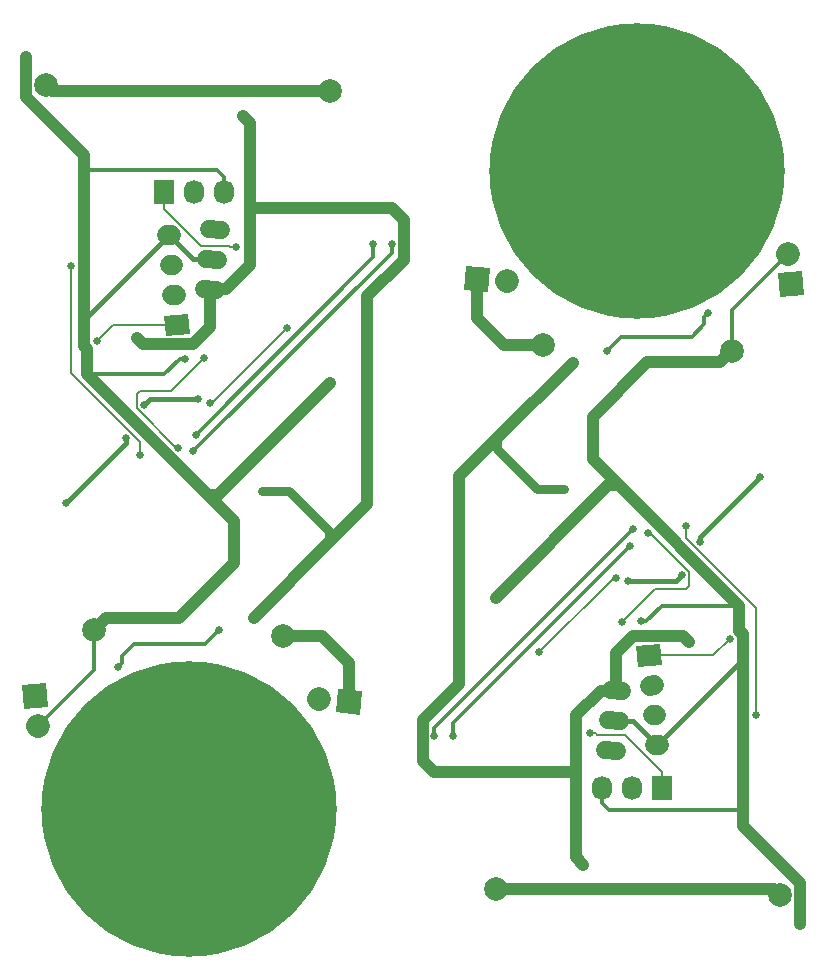
<source format=gbl>
%MOIN*%
%OFA0B0*%
%FSLAX46Y46*%
%IPPOS*%
%LPD*%
%ADD10C,0.0039370078740157488*%
%ADD11C,0.0591*%
%ADD12C,0.07874015748031496*%
%ADD13C,0.08*%
%ADD14C,0.068*%
%ADD15R,0.068X0.08*%
%ADD16O,0.068X0.08*%
%ADD17C,0.984251968503937*%
%ADD18C,0.02677165354330709*%
%ADD19C,0.012000000000000002*%
%ADD20C,0.04*%
%ADD21C,0.015748031496062995*%
%ADD22C,0.006000000000000001*%
%ADD23C,0.03125*%
%ADD34C,0.0039370078740157488*%
%ADD35C,0.0591*%
%ADD36C,0.07874015748031496*%
%ADD37C,0.08*%
%ADD38C,0.068*%
%ADD39R,0.068X0.08*%
%ADD40O,0.068X0.08*%
%ADD41C,0.984251968503937*%
%ADD42C,0.02677165354330709*%
%ADD43C,0.012000000000000002*%
%ADD44C,0.04*%
%ADD45C,0.015748031496062995*%
%ADD46C,0.006000000000000001*%
%ADD47C,0.03125*%
G01*
D10*
D11*
X0002578630Y0001197880D02*
X0002539479Y0001201305D01*
X0002569914Y0001098260D02*
X0002530764Y0001101686D01*
X0002587345Y0001297500D02*
X0002548195Y0001300925D01*
D12*
X0002952918Y0002433577D03*
X0003111806Y0000617482D03*
D10*
G36*
X0002059028Y0002636866D02*
X0002066000Y0002716562D01*
X0002145696Y0002709589D01*
X0002138723Y0002629894D01*
X0002059028Y0002636866D01*
X0002059028Y0002636866D01*
G37*
D13*
X0002201981Y0002664512D02*
X0002201981Y0002664512D01*
D10*
G36*
X0002714049Y0001454679D02*
X0002719976Y0001386938D01*
X0002640280Y0001379965D01*
X0002634354Y0001447707D01*
X0002714049Y0001454679D01*
X0002714049Y0001454679D01*
G37*
D14*
X0002691858Y0001318226D02*
X0002679903Y0001317180D01*
X0002700573Y0001218606D02*
X0002688619Y0001217560D01*
X0002709289Y0001118987D02*
X0002697334Y0001117941D01*
D10*
G36*
X0003113244Y0002612571D02*
X0003106272Y0002692267D01*
X0003185967Y0002699239D01*
X0003192940Y0002619543D01*
X0003113244Y0002612571D01*
X0003113244Y0002612571D01*
G37*
D13*
X0003140890Y0002755525D02*
X0003140890Y0002755525D01*
D15*
X0002719685Y0000976377D03*
D16*
X0002619685Y0000976377D03*
X0002519685Y0000976377D03*
D12*
X0002165354Y0000637288D03*
X0002324242Y0002453383D03*
D17*
X0002637795Y0003031496D03*
D18*
X0003181102Y0000523622D03*
X0002988188Y0000901574D03*
X0002165354Y0001610236D03*
X0002649606Y0001531496D03*
X0002488188Y0002212598D03*
X0002976377Y0001582677D03*
X0002944881Y0001472440D03*
X0002811023Y0001460629D03*
X0002391732Y0001972440D03*
X0002421259Y0002393700D03*
X0002456692Y0000720472D03*
X0002535433Y0002433070D03*
X0002874015Y0002559055D03*
X0002606299Y0001665354D03*
X0002787401Y0001685039D03*
X0002846456Y0001795275D03*
X0003047244Y0002011810D03*
X0002673228Y0001826771D03*
X0002586614Y0001527559D03*
X0003031496Y0001220472D03*
X0002799212Y0001850393D03*
X0002566929Y0001677165D03*
X0002311023Y0001429133D03*
X0002023622Y0001149606D03*
X0002614173Y0001783464D03*
X0001960629Y0001149606D03*
X0002622047Y0001838582D03*
X0002480314Y0001157480D03*
D19*
X0002519685Y0000976377D02*
X0002519685Y0000924377D01*
X0002519685Y0000924377D02*
X0002542488Y0000901574D01*
X0002542488Y0000901574D02*
X0002969258Y0000901574D01*
X0002969258Y0000901574D02*
X0002988188Y0000901574D01*
D20*
X0002988188Y0000850393D02*
X0003181102Y0000657480D01*
X0003181102Y0000657480D02*
X0003181102Y0000523622D01*
X0002988188Y0000901574D02*
X0002988188Y0000850393D01*
X0002976377Y0001582677D02*
X0002976377Y0001499235D01*
X0002976377Y0001499235D02*
X0002988188Y0001487424D01*
X0002988188Y0001487424D02*
X0002988188Y0000901574D01*
D19*
X0002649606Y0001531496D02*
X0002667716Y0001531496D01*
D20*
X0002574803Y0001984251D02*
X0002976377Y0001582677D01*
X0002488188Y0002070866D02*
X0002574803Y0001984251D01*
X0002574803Y0001984251D02*
X0002539370Y0001984251D01*
X0002539370Y0001984251D02*
X0002165354Y0001610236D01*
X0002488188Y0002212598D02*
X0002488188Y0002070866D01*
D19*
X0002667716Y0001531496D02*
X0002718897Y0001582677D01*
X0002718897Y0001582677D02*
X0002976377Y0001582677D01*
D20*
X0002669797Y0002394207D02*
X0002488188Y0002212598D01*
X0002952918Y0002433577D02*
X0002913548Y0002394207D01*
X0002913548Y0002394207D02*
X0002669797Y0002394207D01*
D21*
X0002703312Y0001118464D02*
X0002976377Y0001391530D01*
X0002976377Y0001391530D02*
X0002976377Y0001582677D01*
X0002559055Y0001199593D02*
X0002622183Y0001199593D01*
X0002622183Y0001199593D02*
X0002703312Y0001118464D01*
D19*
X0002952918Y0002433577D02*
X0002952918Y0002567552D01*
X0002952918Y0002567552D02*
X0003140890Y0002755525D01*
D20*
X0002102362Y0002673228D02*
X0002102362Y0002543307D01*
X0002102362Y0002543307D02*
X0002192285Y0002453383D01*
X0002192285Y0002453383D02*
X0002324242Y0002453383D01*
D22*
X0002677165Y0001417322D02*
X0002889763Y0001417322D01*
X0002889763Y0001417322D02*
X0002944881Y0001472440D01*
D20*
X0002567770Y0001426038D02*
X0002622412Y0001480680D01*
X0002622412Y0001480680D02*
X0002790973Y0001480680D01*
X0002790973Y0001480680D02*
X0002811023Y0001460629D01*
X0002567770Y0001299212D02*
X0002567770Y0001426038D01*
D23*
X0002169291Y0002106299D02*
X0002303149Y0001972440D01*
X0002303149Y0001972440D02*
X0002391732Y0001972440D01*
D20*
X0002169291Y0002141732D02*
X0002043307Y0002015748D01*
X0002421259Y0002393700D02*
X0002169291Y0002141732D01*
D23*
X0002169291Y0002141732D02*
X0002169291Y0002106299D01*
D20*
X0002433070Y0001217462D02*
X0002433070Y0001027559D01*
X0001921244Y0001066944D02*
X0001960629Y0001027559D01*
X0002433070Y0001027559D02*
X0002433070Y0000744094D01*
X0001960629Y0001027559D02*
X0002433070Y0001027559D01*
X0002043307Y0001322834D02*
X0001921244Y0001200771D01*
X0001921244Y0001200771D02*
X0001921244Y0001066944D01*
X0002043307Y0002015748D02*
X0002043307Y0001322834D01*
X0002433070Y0000744094D02*
X0002456692Y0000720472D01*
X0002567770Y0001299212D02*
X0002514820Y0001299212D01*
X0002514820Y0001299212D02*
X0002433070Y0001217462D01*
D19*
X0002582677Y0002480314D02*
X0002535433Y0002433070D01*
X0002818897Y0002480314D02*
X0002582677Y0002480314D01*
X0002860629Y0002522047D02*
X0002818897Y0002480314D01*
X0002874015Y0002559055D02*
X0002860629Y0002545669D01*
X0002860629Y0002545669D02*
X0002860629Y0002522047D01*
D21*
X0002787401Y0001685039D02*
X0002767716Y0001665354D01*
X0002767716Y0001665354D02*
X0002606299Y0001665354D01*
X0003047244Y0002011810D02*
X0002846456Y0001811023D01*
X0002846456Y0001811023D02*
X0002846456Y0001795275D01*
D22*
X0002811023Y0001649606D02*
X0002811023Y0001694548D01*
X0002811023Y0001694548D02*
X0002678800Y0001826771D01*
X0002678800Y0001826771D02*
X0002673228Y0001826771D01*
X0002799212Y0001637795D02*
X0002811023Y0001649606D01*
X0002696850Y0001637795D02*
X0002799212Y0001637795D01*
X0002586614Y0001527559D02*
X0002696850Y0001637795D01*
X0003031496Y0001577105D02*
X0003031496Y0001220472D01*
X0002799212Y0001850393D02*
X0002799212Y0001809388D01*
X0002799212Y0001809388D02*
X0003031496Y0001577105D01*
X0002311023Y0001429133D02*
X0002559055Y0001677165D01*
X0002559055Y0001677165D02*
X0002566929Y0001677165D01*
D19*
X0002614173Y0001783464D02*
X0002023622Y0001192913D01*
X0002023622Y0001192913D02*
X0002023622Y0001149606D01*
X0002622047Y0001838582D02*
X0001960629Y0001177165D01*
X0001960629Y0001177165D02*
X0001960629Y0001149606D01*
D22*
X0002480314Y0001157480D02*
X0002499245Y0001157480D01*
X0002596393Y0001153543D02*
X0002719685Y0001030251D01*
X0002499245Y0001157480D02*
X0002503182Y0001153543D01*
X0002503182Y0001153543D02*
X0002596393Y0001153543D01*
X0002719685Y0001030251D02*
X0002719685Y0000984251D01*
D20*
X0002165354Y0000637288D02*
X0003092000Y0000637288D01*
G04 next file*
G04 #@! TF.FileFunction,Copper,L2,Bot,Signal*
G04 Gerber Fmt 4.6, Leading zero omitted, Abs format (unit mm)*
G04 Created by KiCad (PCBNEW 4.0.2-stable) date Friday, February 24, 2017 'AMt' 12:00:47 AM*
G01*
G04 APERTURE LIST*
G04 APERTURE END LIST*
D34*
D35*
X0001200897Y0002739127D02*
X0001240047Y0002735702D01*
X0001209612Y0002838746D02*
X0001248763Y0002835321D01*
X0001192181Y0002639507D02*
X0001231332Y0002636082D01*
D36*
X0000826608Y0001503430D03*
X0000667721Y0003319525D03*
D34*
G36*
X0001720499Y0001300141D02*
X0001713526Y0001220445D01*
X0001633831Y0001227417D01*
X0001640803Y0001307113D01*
X0001720499Y0001300141D01*
X0001720499Y0001300141D01*
G37*
D37*
X0001577545Y0001272495D02*
X0001577545Y0001272495D01*
D34*
G36*
X0001065477Y0002482328D02*
X0001059551Y0002550069D01*
X0001139246Y0002557041D01*
X0001145173Y0002489300D01*
X0001065477Y0002482328D01*
X0001065477Y0002482328D01*
G37*
D38*
X0001087669Y0002618781D02*
X0001099623Y0002619827D01*
X0001078953Y0002718401D02*
X0001090908Y0002719446D01*
X0001070238Y0002818020D02*
X0001082192Y0002819066D01*
D34*
G36*
X0000666282Y0001324436D02*
X0000673255Y0001244740D01*
X0000593559Y0001237768D01*
X0000586587Y0001317463D01*
X0000666282Y0001324436D01*
X0000666282Y0001324436D01*
G37*
D37*
X0000638636Y0001181482D02*
X0000638636Y0001181482D01*
D39*
X0001059842Y0002960629D03*
D40*
X0001159842Y0002960629D03*
X0001259842Y0002960629D03*
D36*
X0001614173Y0003299718D03*
X0001455285Y0001483624D03*
D41*
X0001141732Y0000905511D03*
D42*
X0000598425Y0003413385D03*
X0000791338Y0003035433D03*
X0001614173Y0002326771D03*
X0001129921Y0002405511D03*
X0001291338Y0001724409D03*
X0000803149Y0002354330D03*
X0000834645Y0002464566D03*
X0000968503Y0002476377D03*
X0001387795Y0001964566D03*
X0001358267Y0001543307D03*
X0001322834Y0003216535D03*
X0001244094Y0001503937D03*
X0000905511Y0001377952D03*
X0001173228Y0002271653D03*
X0000992125Y0002251968D03*
X0000933070Y0002141732D03*
X0000732283Y0001925196D03*
X0001106299Y0002110236D03*
X0001192913Y0002409448D03*
X0000748031Y0002716535D03*
X0000980314Y0002086614D03*
X0001212598Y0002259842D03*
X0001468503Y0002507874D03*
X0001755905Y0002787401D03*
X0001165354Y0002153543D03*
X0001818897Y0002787401D03*
X0001157480Y0002098425D03*
X0001299212Y0002779527D03*
D43*
X0001259842Y0002960629D02*
X0001259842Y0003012629D01*
X0001259842Y0003012629D02*
X0001237039Y0003035433D01*
X0001237039Y0003035433D02*
X0000810268Y0003035433D01*
X0000810268Y0003035433D02*
X0000791338Y0003035433D01*
D44*
X0000791338Y0003086614D02*
X0000598425Y0003279527D01*
X0000598425Y0003279527D02*
X0000598425Y0003413385D01*
X0000791338Y0003035433D02*
X0000791338Y0003086614D01*
X0000803149Y0002354330D02*
X0000803149Y0002437771D01*
X0000803149Y0002437771D02*
X0000791338Y0002449582D01*
X0000791338Y0002449582D02*
X0000791338Y0003035433D01*
D43*
X0001129921Y0002405511D02*
X0001111810Y0002405511D01*
D44*
X0001204724Y0001952755D02*
X0000803149Y0002354330D01*
X0001291338Y0001866141D02*
X0001204724Y0001952755D01*
X0001204724Y0001952755D02*
X0001240157Y0001952755D01*
X0001240157Y0001952755D02*
X0001614173Y0002326771D01*
X0001291338Y0001724409D02*
X0001291338Y0001866141D01*
D43*
X0001111810Y0002405511D02*
X0001060629Y0002354330D01*
X0001060629Y0002354330D02*
X0000803149Y0002354330D01*
D44*
X0001109729Y0001542800D02*
X0001291338Y0001724409D01*
X0000826608Y0001503430D02*
X0000865978Y0001542800D01*
X0000865978Y0001542800D02*
X0001109729Y0001542800D01*
D45*
X0001076215Y0002818543D02*
X0000803149Y0002545477D01*
X0000803149Y0002545477D02*
X0000803149Y0002354330D01*
X0001220472Y0002737414D02*
X0001157344Y0002737414D01*
X0001157344Y0002737414D02*
X0001076215Y0002818543D01*
D43*
X0000826608Y0001503430D02*
X0000826608Y0001369454D01*
X0000826608Y0001369454D02*
X0000638636Y0001181482D01*
D44*
X0001677165Y0001263779D02*
X0001677165Y0001393700D01*
X0001677165Y0001393700D02*
X0001587241Y0001483624D01*
X0001587241Y0001483624D02*
X0001455285Y0001483624D01*
D46*
X0001102362Y0002519685D02*
X0000889763Y0002519685D01*
X0000889763Y0002519685D02*
X0000834645Y0002464566D01*
D44*
X0001211756Y0002510969D02*
X0001157115Y0002456327D01*
X0001157115Y0002456327D02*
X0000988554Y0002456327D01*
X0000988554Y0002456327D02*
X0000968503Y0002476377D01*
X0001211756Y0002637795D02*
X0001211756Y0002510969D01*
D47*
X0001610236Y0001830708D02*
X0001476377Y0001964566D01*
X0001476377Y0001964566D02*
X0001387795Y0001964566D01*
D44*
X0001610236Y0001795275D02*
X0001736220Y0001921259D01*
X0001358267Y0001543307D02*
X0001610236Y0001795275D01*
D47*
X0001610236Y0001795275D02*
X0001610236Y0001830708D01*
D44*
X0001346456Y0002719545D02*
X0001346456Y0002909448D01*
X0001858283Y0002870062D02*
X0001818897Y0002909448D01*
X0001346456Y0002909448D02*
X0001346456Y0003192913D01*
X0001818897Y0002909448D02*
X0001346456Y0002909448D01*
X0001736220Y0002614173D02*
X0001858283Y0002736236D01*
X0001858283Y0002736236D02*
X0001858283Y0002870062D01*
X0001736220Y0001921259D02*
X0001736220Y0002614173D01*
X0001346456Y0003192913D02*
X0001322834Y0003216535D01*
X0001211756Y0002637795D02*
X0001264706Y0002637795D01*
X0001264706Y0002637795D02*
X0001346456Y0002719545D01*
D43*
X0001196850Y0001456692D02*
X0001244094Y0001503937D01*
X0000960629Y0001456692D02*
X0001196850Y0001456692D01*
X0000918897Y0001414960D02*
X0000960629Y0001456692D01*
X0000905511Y0001377952D02*
X0000918897Y0001391338D01*
X0000918897Y0001391338D02*
X0000918897Y0001414960D01*
D45*
X0000992125Y0002251968D02*
X0001011811Y0002271653D01*
X0001011811Y0002271653D02*
X0001173228Y0002271653D01*
X0000732283Y0001925196D02*
X0000933070Y0002125984D01*
X0000933070Y0002125984D02*
X0000933070Y0002141732D01*
D46*
X0000968503Y0002287401D02*
X0000968503Y0002242459D01*
X0000968503Y0002242459D02*
X0001100727Y0002110236D01*
X0001100727Y0002110236D02*
X0001106299Y0002110236D01*
X0000980314Y0002299212D02*
X0000968503Y0002287401D01*
X0001082677Y0002299212D02*
X0000980314Y0002299212D01*
X0001192913Y0002409448D02*
X0001082677Y0002299212D01*
X0000748031Y0002359902D02*
X0000748031Y0002716535D01*
X0000980314Y0002086614D02*
X0000980314Y0002127619D01*
X0000980314Y0002127619D02*
X0000748031Y0002359902D01*
X0001468503Y0002507874D02*
X0001220472Y0002259842D01*
X0001220472Y0002259842D02*
X0001212598Y0002259842D01*
D43*
X0001165354Y0002153543D02*
X0001755905Y0002744094D01*
X0001755905Y0002744094D02*
X0001755905Y0002787401D01*
X0001157480Y0002098425D02*
X0001818897Y0002759842D01*
X0001818897Y0002759842D02*
X0001818897Y0002787401D01*
D46*
X0001299212Y0002779527D02*
X0001280282Y0002779527D01*
X0001183133Y0002783464D02*
X0001059842Y0002906755D01*
X0001280282Y0002779527D02*
X0001276345Y0002783464D01*
X0001276345Y0002783464D02*
X0001183133Y0002783464D01*
X0001059842Y0002906755D02*
X0001059842Y0002952755D01*
D44*
X0001614173Y0003299718D02*
X0000687527Y0003299718D01*
M02*
</source>
